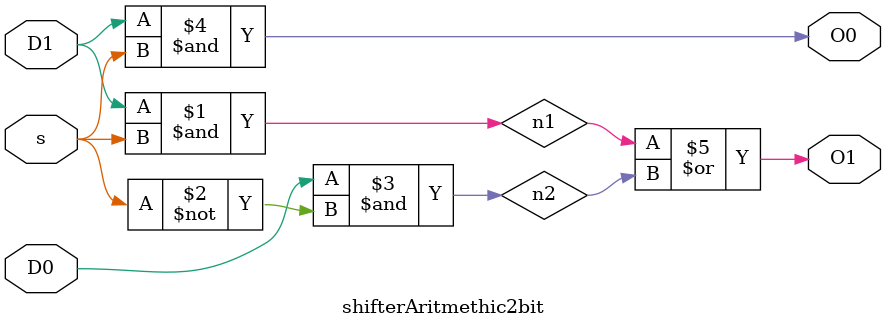
<source format=sv>
module shifterAritmethic2bit(input D1, D0, s,
								  output O1, O0);

logic n1, n2;
and SA1(n1,D1,s);
and SA2(n2,D0,~s);
and SA3(O0,D1,s);
or SA4(O1,n1,n2);

endmodule								  

</source>
